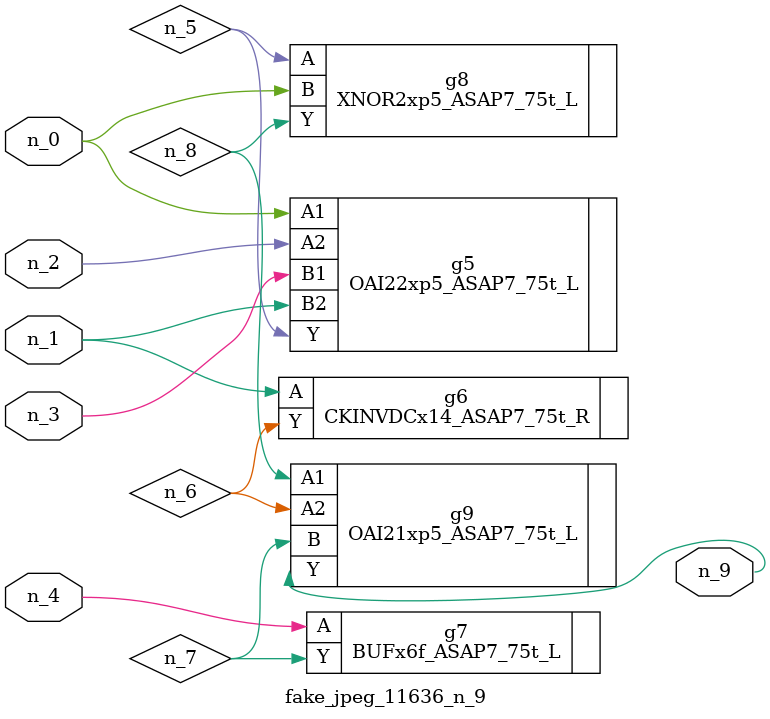
<source format=v>
module fake_jpeg_11636_n_9 (n_3, n_2, n_1, n_0, n_4, n_9);

input n_3;
input n_2;
input n_1;
input n_0;
input n_4;

output n_9;

wire n_8;
wire n_6;
wire n_5;
wire n_7;

OAI22xp5_ASAP7_75t_L g5 ( 
.A1(n_0),
.A2(n_2),
.B1(n_3),
.B2(n_1),
.Y(n_5)
);

CKINVDCx14_ASAP7_75t_R g6 ( 
.A(n_1),
.Y(n_6)
);

BUFx6f_ASAP7_75t_L g7 ( 
.A(n_4),
.Y(n_7)
);

XNOR2xp5_ASAP7_75t_L g8 ( 
.A(n_5),
.B(n_0),
.Y(n_8)
);

OAI21xp5_ASAP7_75t_L g9 ( 
.A1(n_8),
.A2(n_6),
.B(n_7),
.Y(n_9)
);


endmodule
</source>
